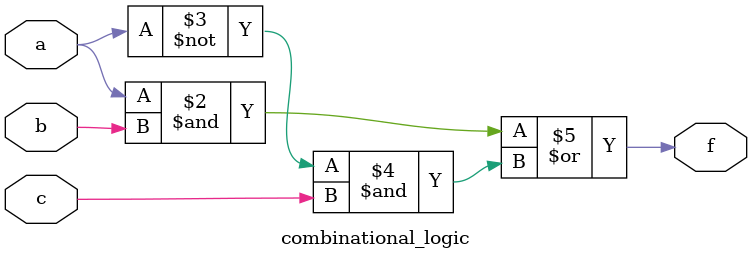
<source format=sv>
module combinational_logic (
    input logic a,
    input logic b,
    input logic c,
    output logic f
);

    always @(*) begin
        f = (a & b) | (~a & c);
    end

endmodule
</source>
